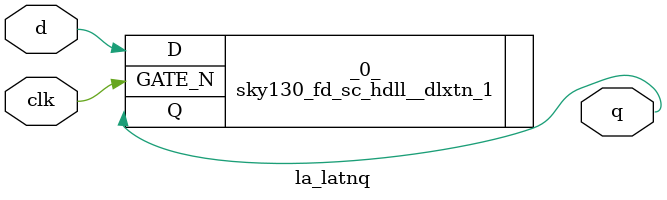
<source format=v>

/* Generated by Yosys 0.37 (git sha1 a5c7f69ed, clang 14.0.0-1ubuntu1.1 -fPIC -Os) */

module la_latnq(d, clk, q);
  input clk;
  wire clk;
  input d;
  wire d;
  output q;
  wire q;
  sky130_fd_sc_hdll__dlxtn_1 _0_ (
    .D(d),
    .GATE_N(clk),
    .Q(q)
  );
endmodule

</source>
